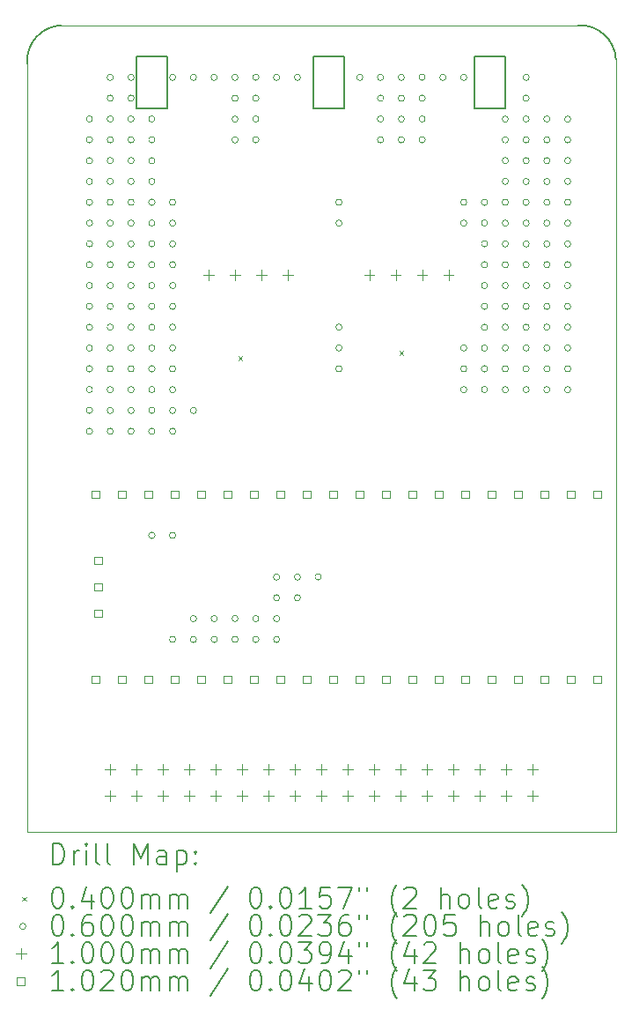
<source format=gbr>
%TF.GenerationSoftware,KiCad,Pcbnew,(6.0.8)*%
%TF.CreationDate,2022-11-01T15:17:03-07:00*%
%TF.ProjectId,RioPicoBridge,52696f50-6963-46f4-9272-696467652e6b,rev?*%
%TF.SameCoordinates,Original*%
%TF.FileFunction,Drillmap*%
%TF.FilePolarity,Positive*%
%FSLAX45Y45*%
G04 Gerber Fmt 4.5, Leading zero omitted, Abs format (unit mm)*
G04 Created by KiCad (PCBNEW (6.0.8)) date 2022-11-01 15:17:03*
%MOMM*%
%LPD*%
G01*
G04 APERTURE LIST*
%ADD10C,0.100000*%
%ADD11C,0.200000*%
%ADD12C,0.040000*%
%ADD13C,0.060000*%
%ADD14C,0.102000*%
G04 APERTURE END LIST*
D10*
X0Y-7747000D02*
X0Y-365000D01*
X5664200Y-7747000D02*
X0Y-7747000D01*
X5665000Y-325000D02*
X5664200Y-7747000D01*
X325000Y0D02*
X5300000Y0D01*
D11*
X325000Y0D02*
G75*
G03*
X0Y-364200I19600J-344600D01*
G01*
X5664200Y-325000D02*
G75*
G03*
X5300000Y0I-344600J-19600D01*
G01*
X1050000Y-300000D02*
X1350000Y-300000D01*
X1350000Y-300000D02*
X1350000Y-800000D01*
X1350000Y-800000D02*
X1050000Y-800000D01*
X1050000Y-800000D02*
X1050000Y-300000D01*
X2750000Y-300000D02*
X3050000Y-300000D01*
X3050000Y-300000D02*
X3050000Y-800000D01*
X3050000Y-800000D02*
X2750000Y-800000D01*
X2750000Y-800000D02*
X2750000Y-300000D01*
X4300000Y-300000D02*
X4600000Y-300000D01*
X4600000Y-300000D02*
X4600000Y-800000D01*
X4600000Y-800000D02*
X4300000Y-800000D01*
X4300000Y-800000D02*
X4300000Y-300000D01*
D12*
X2030000Y-3180000D02*
X2070000Y-3220000D01*
X2070000Y-3180000D02*
X2030000Y-3220000D01*
X3580000Y-3130000D02*
X3620000Y-3170000D01*
X3620000Y-3130000D02*
X3580000Y-3170000D01*
D13*
X630000Y-900000D02*
G75*
G03*
X630000Y-900000I-30000J0D01*
G01*
X630000Y-1100000D02*
G75*
G03*
X630000Y-1100000I-30000J0D01*
G01*
X630000Y-1300000D02*
G75*
G03*
X630000Y-1300000I-30000J0D01*
G01*
X630000Y-1500000D02*
G75*
G03*
X630000Y-1500000I-30000J0D01*
G01*
X630000Y-1700000D02*
G75*
G03*
X630000Y-1700000I-30000J0D01*
G01*
X630000Y-1900000D02*
G75*
G03*
X630000Y-1900000I-30000J0D01*
G01*
X630000Y-2100000D02*
G75*
G03*
X630000Y-2100000I-30000J0D01*
G01*
X630000Y-2300000D02*
G75*
G03*
X630000Y-2300000I-30000J0D01*
G01*
X630000Y-2500000D02*
G75*
G03*
X630000Y-2500000I-30000J0D01*
G01*
X630000Y-2700000D02*
G75*
G03*
X630000Y-2700000I-30000J0D01*
G01*
X630000Y-2900000D02*
G75*
G03*
X630000Y-2900000I-30000J0D01*
G01*
X630000Y-3100000D02*
G75*
G03*
X630000Y-3100000I-30000J0D01*
G01*
X630000Y-3300000D02*
G75*
G03*
X630000Y-3300000I-30000J0D01*
G01*
X630000Y-3500000D02*
G75*
G03*
X630000Y-3500000I-30000J0D01*
G01*
X630000Y-3700000D02*
G75*
G03*
X630000Y-3700000I-30000J0D01*
G01*
X630000Y-3900000D02*
G75*
G03*
X630000Y-3900000I-30000J0D01*
G01*
X830000Y-500000D02*
G75*
G03*
X830000Y-500000I-30000J0D01*
G01*
X830000Y-700000D02*
G75*
G03*
X830000Y-700000I-30000J0D01*
G01*
X830000Y-900000D02*
G75*
G03*
X830000Y-900000I-30000J0D01*
G01*
X830000Y-1100000D02*
G75*
G03*
X830000Y-1100000I-30000J0D01*
G01*
X830000Y-1300000D02*
G75*
G03*
X830000Y-1300000I-30000J0D01*
G01*
X830000Y-1500000D02*
G75*
G03*
X830000Y-1500000I-30000J0D01*
G01*
X830000Y-1700000D02*
G75*
G03*
X830000Y-1700000I-30000J0D01*
G01*
X830000Y-1900000D02*
G75*
G03*
X830000Y-1900000I-30000J0D01*
G01*
X830000Y-2100000D02*
G75*
G03*
X830000Y-2100000I-30000J0D01*
G01*
X830000Y-2300000D02*
G75*
G03*
X830000Y-2300000I-30000J0D01*
G01*
X830000Y-2500000D02*
G75*
G03*
X830000Y-2500000I-30000J0D01*
G01*
X830000Y-2700000D02*
G75*
G03*
X830000Y-2700000I-30000J0D01*
G01*
X830000Y-2900000D02*
G75*
G03*
X830000Y-2900000I-30000J0D01*
G01*
X830000Y-3100000D02*
G75*
G03*
X830000Y-3100000I-30000J0D01*
G01*
X830000Y-3300000D02*
G75*
G03*
X830000Y-3300000I-30000J0D01*
G01*
X830000Y-3500000D02*
G75*
G03*
X830000Y-3500000I-30000J0D01*
G01*
X830000Y-3700000D02*
G75*
G03*
X830000Y-3700000I-30000J0D01*
G01*
X830000Y-3900000D02*
G75*
G03*
X830000Y-3900000I-30000J0D01*
G01*
X1030000Y-500000D02*
G75*
G03*
X1030000Y-500000I-30000J0D01*
G01*
X1030000Y-700000D02*
G75*
G03*
X1030000Y-700000I-30000J0D01*
G01*
X1030000Y-900000D02*
G75*
G03*
X1030000Y-900000I-30000J0D01*
G01*
X1030000Y-1100000D02*
G75*
G03*
X1030000Y-1100000I-30000J0D01*
G01*
X1030000Y-1300000D02*
G75*
G03*
X1030000Y-1300000I-30000J0D01*
G01*
X1030000Y-1500000D02*
G75*
G03*
X1030000Y-1500000I-30000J0D01*
G01*
X1030000Y-1700000D02*
G75*
G03*
X1030000Y-1700000I-30000J0D01*
G01*
X1030000Y-1900000D02*
G75*
G03*
X1030000Y-1900000I-30000J0D01*
G01*
X1030000Y-2100000D02*
G75*
G03*
X1030000Y-2100000I-30000J0D01*
G01*
X1030000Y-2300000D02*
G75*
G03*
X1030000Y-2300000I-30000J0D01*
G01*
X1030000Y-2500000D02*
G75*
G03*
X1030000Y-2500000I-30000J0D01*
G01*
X1030000Y-2700000D02*
G75*
G03*
X1030000Y-2700000I-30000J0D01*
G01*
X1030000Y-2900000D02*
G75*
G03*
X1030000Y-2900000I-30000J0D01*
G01*
X1030000Y-3100000D02*
G75*
G03*
X1030000Y-3100000I-30000J0D01*
G01*
X1030000Y-3300000D02*
G75*
G03*
X1030000Y-3300000I-30000J0D01*
G01*
X1030000Y-3500000D02*
G75*
G03*
X1030000Y-3500000I-30000J0D01*
G01*
X1030000Y-3700000D02*
G75*
G03*
X1030000Y-3700000I-30000J0D01*
G01*
X1030000Y-3900000D02*
G75*
G03*
X1030000Y-3900000I-30000J0D01*
G01*
X1230000Y-900000D02*
G75*
G03*
X1230000Y-900000I-30000J0D01*
G01*
X1230000Y-1100000D02*
G75*
G03*
X1230000Y-1100000I-30000J0D01*
G01*
X1230000Y-1300000D02*
G75*
G03*
X1230000Y-1300000I-30000J0D01*
G01*
X1230000Y-1500000D02*
G75*
G03*
X1230000Y-1500000I-30000J0D01*
G01*
X1230000Y-1700000D02*
G75*
G03*
X1230000Y-1700000I-30000J0D01*
G01*
X1230000Y-1900000D02*
G75*
G03*
X1230000Y-1900000I-30000J0D01*
G01*
X1230000Y-2100000D02*
G75*
G03*
X1230000Y-2100000I-30000J0D01*
G01*
X1230000Y-2300000D02*
G75*
G03*
X1230000Y-2300000I-30000J0D01*
G01*
X1230000Y-2500000D02*
G75*
G03*
X1230000Y-2500000I-30000J0D01*
G01*
X1230000Y-2700000D02*
G75*
G03*
X1230000Y-2700000I-30000J0D01*
G01*
X1230000Y-2900000D02*
G75*
G03*
X1230000Y-2900000I-30000J0D01*
G01*
X1230000Y-3100000D02*
G75*
G03*
X1230000Y-3100000I-30000J0D01*
G01*
X1230000Y-3300000D02*
G75*
G03*
X1230000Y-3300000I-30000J0D01*
G01*
X1230000Y-3500000D02*
G75*
G03*
X1230000Y-3500000I-30000J0D01*
G01*
X1230000Y-3700000D02*
G75*
G03*
X1230000Y-3700000I-30000J0D01*
G01*
X1230000Y-3900000D02*
G75*
G03*
X1230000Y-3900000I-30000J0D01*
G01*
X1230000Y-4900000D02*
G75*
G03*
X1230000Y-4900000I-30000J0D01*
G01*
X1430000Y-500000D02*
G75*
G03*
X1430000Y-500000I-30000J0D01*
G01*
X1430000Y-1700000D02*
G75*
G03*
X1430000Y-1700000I-30000J0D01*
G01*
X1430000Y-1900000D02*
G75*
G03*
X1430000Y-1900000I-30000J0D01*
G01*
X1430000Y-2100000D02*
G75*
G03*
X1430000Y-2100000I-30000J0D01*
G01*
X1430000Y-2300000D02*
G75*
G03*
X1430000Y-2300000I-30000J0D01*
G01*
X1430000Y-2500000D02*
G75*
G03*
X1430000Y-2500000I-30000J0D01*
G01*
X1430000Y-2700000D02*
G75*
G03*
X1430000Y-2700000I-30000J0D01*
G01*
X1430000Y-2900000D02*
G75*
G03*
X1430000Y-2900000I-30000J0D01*
G01*
X1430000Y-3100000D02*
G75*
G03*
X1430000Y-3100000I-30000J0D01*
G01*
X1430000Y-3300000D02*
G75*
G03*
X1430000Y-3300000I-30000J0D01*
G01*
X1430000Y-3500000D02*
G75*
G03*
X1430000Y-3500000I-30000J0D01*
G01*
X1430000Y-3700000D02*
G75*
G03*
X1430000Y-3700000I-30000J0D01*
G01*
X1430000Y-3900000D02*
G75*
G03*
X1430000Y-3900000I-30000J0D01*
G01*
X1430000Y-4900000D02*
G75*
G03*
X1430000Y-4900000I-30000J0D01*
G01*
X1430000Y-5900000D02*
G75*
G03*
X1430000Y-5900000I-30000J0D01*
G01*
X1630000Y-500000D02*
G75*
G03*
X1630000Y-500000I-30000J0D01*
G01*
X1630000Y-3700000D02*
G75*
G03*
X1630000Y-3700000I-30000J0D01*
G01*
X1630000Y-5700000D02*
G75*
G03*
X1630000Y-5700000I-30000J0D01*
G01*
X1630000Y-5900000D02*
G75*
G03*
X1630000Y-5900000I-30000J0D01*
G01*
X1830000Y-500000D02*
G75*
G03*
X1830000Y-500000I-30000J0D01*
G01*
X1830000Y-5700000D02*
G75*
G03*
X1830000Y-5700000I-30000J0D01*
G01*
X1830000Y-5900000D02*
G75*
G03*
X1830000Y-5900000I-30000J0D01*
G01*
X2030000Y-500000D02*
G75*
G03*
X2030000Y-500000I-30000J0D01*
G01*
X2030000Y-700000D02*
G75*
G03*
X2030000Y-700000I-30000J0D01*
G01*
X2030000Y-900000D02*
G75*
G03*
X2030000Y-900000I-30000J0D01*
G01*
X2030000Y-1100000D02*
G75*
G03*
X2030000Y-1100000I-30000J0D01*
G01*
X2030000Y-5700000D02*
G75*
G03*
X2030000Y-5700000I-30000J0D01*
G01*
X2030000Y-5900000D02*
G75*
G03*
X2030000Y-5900000I-30000J0D01*
G01*
X2230000Y-500000D02*
G75*
G03*
X2230000Y-500000I-30000J0D01*
G01*
X2230000Y-700000D02*
G75*
G03*
X2230000Y-700000I-30000J0D01*
G01*
X2230000Y-900000D02*
G75*
G03*
X2230000Y-900000I-30000J0D01*
G01*
X2230000Y-1100000D02*
G75*
G03*
X2230000Y-1100000I-30000J0D01*
G01*
X2230000Y-5700000D02*
G75*
G03*
X2230000Y-5700000I-30000J0D01*
G01*
X2230000Y-5900000D02*
G75*
G03*
X2230000Y-5900000I-30000J0D01*
G01*
X2430000Y-500000D02*
G75*
G03*
X2430000Y-500000I-30000J0D01*
G01*
X2430000Y-5300000D02*
G75*
G03*
X2430000Y-5300000I-30000J0D01*
G01*
X2430000Y-5500000D02*
G75*
G03*
X2430000Y-5500000I-30000J0D01*
G01*
X2430000Y-5700000D02*
G75*
G03*
X2430000Y-5700000I-30000J0D01*
G01*
X2430000Y-5900000D02*
G75*
G03*
X2430000Y-5900000I-30000J0D01*
G01*
X2630000Y-500000D02*
G75*
G03*
X2630000Y-500000I-30000J0D01*
G01*
X2630000Y-5300000D02*
G75*
G03*
X2630000Y-5300000I-30000J0D01*
G01*
X2630000Y-5500000D02*
G75*
G03*
X2630000Y-5500000I-30000J0D01*
G01*
X2830000Y-5300000D02*
G75*
G03*
X2830000Y-5300000I-30000J0D01*
G01*
X3030000Y-1700000D02*
G75*
G03*
X3030000Y-1700000I-30000J0D01*
G01*
X3030000Y-1900000D02*
G75*
G03*
X3030000Y-1900000I-30000J0D01*
G01*
X3030000Y-2900000D02*
G75*
G03*
X3030000Y-2900000I-30000J0D01*
G01*
X3030000Y-3100000D02*
G75*
G03*
X3030000Y-3100000I-30000J0D01*
G01*
X3030000Y-3300000D02*
G75*
G03*
X3030000Y-3300000I-30000J0D01*
G01*
X3230000Y-500000D02*
G75*
G03*
X3230000Y-500000I-30000J0D01*
G01*
X3430000Y-500000D02*
G75*
G03*
X3430000Y-500000I-30000J0D01*
G01*
X3430000Y-700000D02*
G75*
G03*
X3430000Y-700000I-30000J0D01*
G01*
X3430000Y-900000D02*
G75*
G03*
X3430000Y-900000I-30000J0D01*
G01*
X3430000Y-1100000D02*
G75*
G03*
X3430000Y-1100000I-30000J0D01*
G01*
X3630000Y-500000D02*
G75*
G03*
X3630000Y-500000I-30000J0D01*
G01*
X3630000Y-700000D02*
G75*
G03*
X3630000Y-700000I-30000J0D01*
G01*
X3630000Y-900000D02*
G75*
G03*
X3630000Y-900000I-30000J0D01*
G01*
X3630000Y-1100000D02*
G75*
G03*
X3630000Y-1100000I-30000J0D01*
G01*
X3830000Y-500000D02*
G75*
G03*
X3830000Y-500000I-30000J0D01*
G01*
X3830000Y-700000D02*
G75*
G03*
X3830000Y-700000I-30000J0D01*
G01*
X3830000Y-900000D02*
G75*
G03*
X3830000Y-900000I-30000J0D01*
G01*
X3830000Y-1100000D02*
G75*
G03*
X3830000Y-1100000I-30000J0D01*
G01*
X4030000Y-500000D02*
G75*
G03*
X4030000Y-500000I-30000J0D01*
G01*
X4230000Y-500000D02*
G75*
G03*
X4230000Y-500000I-30000J0D01*
G01*
X4230000Y-1700000D02*
G75*
G03*
X4230000Y-1700000I-30000J0D01*
G01*
X4230000Y-1900000D02*
G75*
G03*
X4230000Y-1900000I-30000J0D01*
G01*
X4230000Y-3100000D02*
G75*
G03*
X4230000Y-3100000I-30000J0D01*
G01*
X4230000Y-3300000D02*
G75*
G03*
X4230000Y-3300000I-30000J0D01*
G01*
X4230000Y-3500000D02*
G75*
G03*
X4230000Y-3500000I-30000J0D01*
G01*
X4430000Y-1700000D02*
G75*
G03*
X4430000Y-1700000I-30000J0D01*
G01*
X4430000Y-1900000D02*
G75*
G03*
X4430000Y-1900000I-30000J0D01*
G01*
X4430000Y-2100000D02*
G75*
G03*
X4430000Y-2100000I-30000J0D01*
G01*
X4430000Y-2300000D02*
G75*
G03*
X4430000Y-2300000I-30000J0D01*
G01*
X4430000Y-2500000D02*
G75*
G03*
X4430000Y-2500000I-30000J0D01*
G01*
X4430000Y-2700000D02*
G75*
G03*
X4430000Y-2700000I-30000J0D01*
G01*
X4430000Y-2900000D02*
G75*
G03*
X4430000Y-2900000I-30000J0D01*
G01*
X4430000Y-3100000D02*
G75*
G03*
X4430000Y-3100000I-30000J0D01*
G01*
X4430000Y-3300000D02*
G75*
G03*
X4430000Y-3300000I-30000J0D01*
G01*
X4430000Y-3500000D02*
G75*
G03*
X4430000Y-3500000I-30000J0D01*
G01*
X4630000Y-900000D02*
G75*
G03*
X4630000Y-900000I-30000J0D01*
G01*
X4630000Y-1100000D02*
G75*
G03*
X4630000Y-1100000I-30000J0D01*
G01*
X4630000Y-1300000D02*
G75*
G03*
X4630000Y-1300000I-30000J0D01*
G01*
X4630000Y-1500000D02*
G75*
G03*
X4630000Y-1500000I-30000J0D01*
G01*
X4630000Y-1700000D02*
G75*
G03*
X4630000Y-1700000I-30000J0D01*
G01*
X4630000Y-1900000D02*
G75*
G03*
X4630000Y-1900000I-30000J0D01*
G01*
X4630000Y-2100000D02*
G75*
G03*
X4630000Y-2100000I-30000J0D01*
G01*
X4630000Y-2300000D02*
G75*
G03*
X4630000Y-2300000I-30000J0D01*
G01*
X4630000Y-2500000D02*
G75*
G03*
X4630000Y-2500000I-30000J0D01*
G01*
X4630000Y-2700000D02*
G75*
G03*
X4630000Y-2700000I-30000J0D01*
G01*
X4630000Y-2900000D02*
G75*
G03*
X4630000Y-2900000I-30000J0D01*
G01*
X4630000Y-3100000D02*
G75*
G03*
X4630000Y-3100000I-30000J0D01*
G01*
X4630000Y-3300000D02*
G75*
G03*
X4630000Y-3300000I-30000J0D01*
G01*
X4630000Y-3500000D02*
G75*
G03*
X4630000Y-3500000I-30000J0D01*
G01*
X4830000Y-500000D02*
G75*
G03*
X4830000Y-500000I-30000J0D01*
G01*
X4830000Y-700000D02*
G75*
G03*
X4830000Y-700000I-30000J0D01*
G01*
X4830000Y-900000D02*
G75*
G03*
X4830000Y-900000I-30000J0D01*
G01*
X4830000Y-1100000D02*
G75*
G03*
X4830000Y-1100000I-30000J0D01*
G01*
X4830000Y-1300000D02*
G75*
G03*
X4830000Y-1300000I-30000J0D01*
G01*
X4830000Y-1500000D02*
G75*
G03*
X4830000Y-1500000I-30000J0D01*
G01*
X4830000Y-1700000D02*
G75*
G03*
X4830000Y-1700000I-30000J0D01*
G01*
X4830000Y-1900000D02*
G75*
G03*
X4830000Y-1900000I-30000J0D01*
G01*
X4830000Y-2100000D02*
G75*
G03*
X4830000Y-2100000I-30000J0D01*
G01*
X4830000Y-2300000D02*
G75*
G03*
X4830000Y-2300000I-30000J0D01*
G01*
X4830000Y-2500000D02*
G75*
G03*
X4830000Y-2500000I-30000J0D01*
G01*
X4830000Y-2700000D02*
G75*
G03*
X4830000Y-2700000I-30000J0D01*
G01*
X4830000Y-2900000D02*
G75*
G03*
X4830000Y-2900000I-30000J0D01*
G01*
X4830000Y-3100000D02*
G75*
G03*
X4830000Y-3100000I-30000J0D01*
G01*
X4830000Y-3300000D02*
G75*
G03*
X4830000Y-3300000I-30000J0D01*
G01*
X4830000Y-3500000D02*
G75*
G03*
X4830000Y-3500000I-30000J0D01*
G01*
X5030000Y-900000D02*
G75*
G03*
X5030000Y-900000I-30000J0D01*
G01*
X5030000Y-1100000D02*
G75*
G03*
X5030000Y-1100000I-30000J0D01*
G01*
X5030000Y-1300000D02*
G75*
G03*
X5030000Y-1300000I-30000J0D01*
G01*
X5030000Y-1500000D02*
G75*
G03*
X5030000Y-1500000I-30000J0D01*
G01*
X5030000Y-1700000D02*
G75*
G03*
X5030000Y-1700000I-30000J0D01*
G01*
X5030000Y-1900000D02*
G75*
G03*
X5030000Y-1900000I-30000J0D01*
G01*
X5030000Y-2100000D02*
G75*
G03*
X5030000Y-2100000I-30000J0D01*
G01*
X5030000Y-2300000D02*
G75*
G03*
X5030000Y-2300000I-30000J0D01*
G01*
X5030000Y-2500000D02*
G75*
G03*
X5030000Y-2500000I-30000J0D01*
G01*
X5030000Y-2700000D02*
G75*
G03*
X5030000Y-2700000I-30000J0D01*
G01*
X5030000Y-2900000D02*
G75*
G03*
X5030000Y-2900000I-30000J0D01*
G01*
X5030000Y-3100000D02*
G75*
G03*
X5030000Y-3100000I-30000J0D01*
G01*
X5030000Y-3300000D02*
G75*
G03*
X5030000Y-3300000I-30000J0D01*
G01*
X5030000Y-3500000D02*
G75*
G03*
X5030000Y-3500000I-30000J0D01*
G01*
X5230000Y-900000D02*
G75*
G03*
X5230000Y-900000I-30000J0D01*
G01*
X5230000Y-1100000D02*
G75*
G03*
X5230000Y-1100000I-30000J0D01*
G01*
X5230000Y-1300000D02*
G75*
G03*
X5230000Y-1300000I-30000J0D01*
G01*
X5230000Y-1500000D02*
G75*
G03*
X5230000Y-1500000I-30000J0D01*
G01*
X5230000Y-1700000D02*
G75*
G03*
X5230000Y-1700000I-30000J0D01*
G01*
X5230000Y-1900000D02*
G75*
G03*
X5230000Y-1900000I-30000J0D01*
G01*
X5230000Y-2100000D02*
G75*
G03*
X5230000Y-2100000I-30000J0D01*
G01*
X5230000Y-2300000D02*
G75*
G03*
X5230000Y-2300000I-30000J0D01*
G01*
X5230000Y-2500000D02*
G75*
G03*
X5230000Y-2500000I-30000J0D01*
G01*
X5230000Y-2700000D02*
G75*
G03*
X5230000Y-2700000I-30000J0D01*
G01*
X5230000Y-2900000D02*
G75*
G03*
X5230000Y-2900000I-30000J0D01*
G01*
X5230000Y-3100000D02*
G75*
G03*
X5230000Y-3100000I-30000J0D01*
G01*
X5230000Y-3300000D02*
G75*
G03*
X5230000Y-3300000I-30000J0D01*
G01*
X5230000Y-3500000D02*
G75*
G03*
X5230000Y-3500000I-30000J0D01*
G01*
D10*
X798500Y-7101000D02*
X798500Y-7201000D01*
X748500Y-7151000D02*
X848500Y-7151000D01*
X798500Y-7355000D02*
X798500Y-7455000D01*
X748500Y-7405000D02*
X848500Y-7405000D01*
X1052500Y-7101000D02*
X1052500Y-7201000D01*
X1002500Y-7151000D02*
X1102500Y-7151000D01*
X1052500Y-7355000D02*
X1052500Y-7455000D01*
X1002500Y-7405000D02*
X1102500Y-7405000D01*
X1306500Y-7101000D02*
X1306500Y-7201000D01*
X1256500Y-7151000D02*
X1356500Y-7151000D01*
X1306500Y-7355000D02*
X1306500Y-7455000D01*
X1256500Y-7405000D02*
X1356500Y-7405000D01*
X1560500Y-7101000D02*
X1560500Y-7201000D01*
X1510500Y-7151000D02*
X1610500Y-7151000D01*
X1560500Y-7355000D02*
X1560500Y-7455000D01*
X1510500Y-7405000D02*
X1610500Y-7405000D01*
X1746000Y-2350000D02*
X1746000Y-2450000D01*
X1696000Y-2400000D02*
X1796000Y-2400000D01*
X1814500Y-7101000D02*
X1814500Y-7201000D01*
X1764500Y-7151000D02*
X1864500Y-7151000D01*
X1814500Y-7355000D02*
X1814500Y-7455000D01*
X1764500Y-7405000D02*
X1864500Y-7405000D01*
X2000000Y-2350000D02*
X2000000Y-2450000D01*
X1950000Y-2400000D02*
X2050000Y-2400000D01*
X2068500Y-7101000D02*
X2068500Y-7201000D01*
X2018500Y-7151000D02*
X2118500Y-7151000D01*
X2068500Y-7355000D02*
X2068500Y-7455000D01*
X2018500Y-7405000D02*
X2118500Y-7405000D01*
X2254000Y-2350000D02*
X2254000Y-2450000D01*
X2204000Y-2400000D02*
X2304000Y-2400000D01*
X2322500Y-7101000D02*
X2322500Y-7201000D01*
X2272500Y-7151000D02*
X2372500Y-7151000D01*
X2322500Y-7355000D02*
X2322500Y-7455000D01*
X2272500Y-7405000D02*
X2372500Y-7405000D01*
X2508000Y-2350000D02*
X2508000Y-2450000D01*
X2458000Y-2400000D02*
X2558000Y-2400000D01*
X2576500Y-7101000D02*
X2576500Y-7201000D01*
X2526500Y-7151000D02*
X2626500Y-7151000D01*
X2576500Y-7355000D02*
X2576500Y-7455000D01*
X2526500Y-7405000D02*
X2626500Y-7405000D01*
X2830500Y-7101000D02*
X2830500Y-7201000D01*
X2780500Y-7151000D02*
X2880500Y-7151000D01*
X2830500Y-7355000D02*
X2830500Y-7455000D01*
X2780500Y-7405000D02*
X2880500Y-7405000D01*
X3084500Y-7101000D02*
X3084500Y-7201000D01*
X3034500Y-7151000D02*
X3134500Y-7151000D01*
X3084500Y-7355000D02*
X3084500Y-7455000D01*
X3034500Y-7405000D02*
X3134500Y-7405000D01*
X3292000Y-2350000D02*
X3292000Y-2450000D01*
X3242000Y-2400000D02*
X3342000Y-2400000D01*
X3338500Y-7101000D02*
X3338500Y-7201000D01*
X3288500Y-7151000D02*
X3388500Y-7151000D01*
X3338500Y-7355000D02*
X3338500Y-7455000D01*
X3288500Y-7405000D02*
X3388500Y-7405000D01*
X3546000Y-2350000D02*
X3546000Y-2450000D01*
X3496000Y-2400000D02*
X3596000Y-2400000D01*
X3592500Y-7101000D02*
X3592500Y-7201000D01*
X3542500Y-7151000D02*
X3642500Y-7151000D01*
X3592500Y-7355000D02*
X3592500Y-7455000D01*
X3542500Y-7405000D02*
X3642500Y-7405000D01*
X3800000Y-2350000D02*
X3800000Y-2450000D01*
X3750000Y-2400000D02*
X3850000Y-2400000D01*
X3846500Y-7101000D02*
X3846500Y-7201000D01*
X3796500Y-7151000D02*
X3896500Y-7151000D01*
X3846500Y-7355000D02*
X3846500Y-7455000D01*
X3796500Y-7405000D02*
X3896500Y-7405000D01*
X4054000Y-2350000D02*
X4054000Y-2450000D01*
X4004000Y-2400000D02*
X4104000Y-2400000D01*
X4100500Y-7101000D02*
X4100500Y-7201000D01*
X4050500Y-7151000D02*
X4150500Y-7151000D01*
X4100500Y-7355000D02*
X4100500Y-7455000D01*
X4050500Y-7405000D02*
X4150500Y-7405000D01*
X4354500Y-7101000D02*
X4354500Y-7201000D01*
X4304500Y-7151000D02*
X4404500Y-7151000D01*
X4354500Y-7355000D02*
X4354500Y-7455000D01*
X4304500Y-7405000D02*
X4404500Y-7405000D01*
X4608500Y-7101000D02*
X4608500Y-7201000D01*
X4558500Y-7151000D02*
X4658500Y-7151000D01*
X4608500Y-7355000D02*
X4608500Y-7455000D01*
X4558500Y-7405000D02*
X4658500Y-7405000D01*
X4862500Y-7101000D02*
X4862500Y-7201000D01*
X4812500Y-7151000D02*
X4912500Y-7151000D01*
X4862500Y-7355000D02*
X4862500Y-7455000D01*
X4812500Y-7405000D02*
X4912500Y-7405000D01*
D14*
X696463Y-4544563D02*
X696463Y-4472437D01*
X624337Y-4472437D01*
X624337Y-4544563D01*
X696463Y-4544563D01*
X696463Y-6322563D02*
X696463Y-6250437D01*
X624337Y-6250437D01*
X624337Y-6322563D01*
X696463Y-6322563D01*
X719463Y-5179563D02*
X719463Y-5107437D01*
X647337Y-5107437D01*
X647337Y-5179563D01*
X719463Y-5179563D01*
X719463Y-5433563D02*
X719463Y-5361437D01*
X647337Y-5361437D01*
X647337Y-5433563D01*
X719463Y-5433563D01*
X719463Y-5687563D02*
X719463Y-5615437D01*
X647337Y-5615437D01*
X647337Y-5687563D01*
X719463Y-5687563D01*
X950463Y-4544563D02*
X950463Y-4472437D01*
X878337Y-4472437D01*
X878337Y-4544563D01*
X950463Y-4544563D01*
X950463Y-6322563D02*
X950463Y-6250437D01*
X878337Y-6250437D01*
X878337Y-6322563D01*
X950463Y-6322563D01*
X1204463Y-4544563D02*
X1204463Y-4472437D01*
X1132337Y-4472437D01*
X1132337Y-4544563D01*
X1204463Y-4544563D01*
X1204463Y-6322563D02*
X1204463Y-6250437D01*
X1132337Y-6250437D01*
X1132337Y-6322563D01*
X1204463Y-6322563D01*
X1458463Y-4544563D02*
X1458463Y-4472437D01*
X1386337Y-4472437D01*
X1386337Y-4544563D01*
X1458463Y-4544563D01*
X1458463Y-6322563D02*
X1458463Y-6250437D01*
X1386337Y-6250437D01*
X1386337Y-6322563D01*
X1458463Y-6322563D01*
X1712463Y-4544563D02*
X1712463Y-4472437D01*
X1640337Y-4472437D01*
X1640337Y-4544563D01*
X1712463Y-4544563D01*
X1712463Y-6322563D02*
X1712463Y-6250437D01*
X1640337Y-6250437D01*
X1640337Y-6322563D01*
X1712463Y-6322563D01*
X1966463Y-4544563D02*
X1966463Y-4472437D01*
X1894337Y-4472437D01*
X1894337Y-4544563D01*
X1966463Y-4544563D01*
X1966463Y-6322563D02*
X1966463Y-6250437D01*
X1894337Y-6250437D01*
X1894337Y-6322563D01*
X1966463Y-6322563D01*
X2220463Y-4544563D02*
X2220463Y-4472437D01*
X2148337Y-4472437D01*
X2148337Y-4544563D01*
X2220463Y-4544563D01*
X2220463Y-6322563D02*
X2220463Y-6250437D01*
X2148337Y-6250437D01*
X2148337Y-6322563D01*
X2220463Y-6322563D01*
X2474463Y-4544563D02*
X2474463Y-4472437D01*
X2402337Y-4472437D01*
X2402337Y-4544563D01*
X2474463Y-4544563D01*
X2474463Y-6322563D02*
X2474463Y-6250437D01*
X2402337Y-6250437D01*
X2402337Y-6322563D01*
X2474463Y-6322563D01*
X2728463Y-4544563D02*
X2728463Y-4472437D01*
X2656337Y-4472437D01*
X2656337Y-4544563D01*
X2728463Y-4544563D01*
X2728463Y-6322563D02*
X2728463Y-6250437D01*
X2656337Y-6250437D01*
X2656337Y-6322563D01*
X2728463Y-6322563D01*
X2982463Y-4544563D02*
X2982463Y-4472437D01*
X2910337Y-4472437D01*
X2910337Y-4544563D01*
X2982463Y-4544563D01*
X2982463Y-6322563D02*
X2982463Y-6250437D01*
X2910337Y-6250437D01*
X2910337Y-6322563D01*
X2982463Y-6322563D01*
X3236463Y-4544563D02*
X3236463Y-4472437D01*
X3164337Y-4472437D01*
X3164337Y-4544563D01*
X3236463Y-4544563D01*
X3236463Y-6322563D02*
X3236463Y-6250437D01*
X3164337Y-6250437D01*
X3164337Y-6322563D01*
X3236463Y-6322563D01*
X3490463Y-4544563D02*
X3490463Y-4472437D01*
X3418337Y-4472437D01*
X3418337Y-4544563D01*
X3490463Y-4544563D01*
X3490463Y-6322563D02*
X3490463Y-6250437D01*
X3418337Y-6250437D01*
X3418337Y-6322563D01*
X3490463Y-6322563D01*
X3744463Y-4544563D02*
X3744463Y-4472437D01*
X3672337Y-4472437D01*
X3672337Y-4544563D01*
X3744463Y-4544563D01*
X3744463Y-6322563D02*
X3744463Y-6250437D01*
X3672337Y-6250437D01*
X3672337Y-6322563D01*
X3744463Y-6322563D01*
X3998463Y-4544563D02*
X3998463Y-4472437D01*
X3926337Y-4472437D01*
X3926337Y-4544563D01*
X3998463Y-4544563D01*
X3998463Y-6322563D02*
X3998463Y-6250437D01*
X3926337Y-6250437D01*
X3926337Y-6322563D01*
X3998463Y-6322563D01*
X4252463Y-4544563D02*
X4252463Y-4472437D01*
X4180337Y-4472437D01*
X4180337Y-4544563D01*
X4252463Y-4544563D01*
X4252463Y-6322563D02*
X4252463Y-6250437D01*
X4180337Y-6250437D01*
X4180337Y-6322563D01*
X4252463Y-6322563D01*
X4506463Y-4544563D02*
X4506463Y-4472437D01*
X4434337Y-4472437D01*
X4434337Y-4544563D01*
X4506463Y-4544563D01*
X4506463Y-6322563D02*
X4506463Y-6250437D01*
X4434337Y-6250437D01*
X4434337Y-6322563D01*
X4506463Y-6322563D01*
X4760463Y-4544563D02*
X4760463Y-4472437D01*
X4688337Y-4472437D01*
X4688337Y-4544563D01*
X4760463Y-4544563D01*
X4760463Y-6322563D02*
X4760463Y-6250437D01*
X4688337Y-6250437D01*
X4688337Y-6322563D01*
X4760463Y-6322563D01*
X5014463Y-4544563D02*
X5014463Y-4472437D01*
X4942337Y-4472437D01*
X4942337Y-4544563D01*
X5014463Y-4544563D01*
X5014463Y-6322563D02*
X5014463Y-6250437D01*
X4942337Y-6250437D01*
X4942337Y-6322563D01*
X5014463Y-6322563D01*
X5268463Y-4544563D02*
X5268463Y-4472437D01*
X5196337Y-4472437D01*
X5196337Y-4544563D01*
X5268463Y-4544563D01*
X5268463Y-6322563D02*
X5268463Y-6250437D01*
X5196337Y-6250437D01*
X5196337Y-6322563D01*
X5268463Y-6322563D01*
X5522463Y-4544563D02*
X5522463Y-4472437D01*
X5450337Y-4472437D01*
X5450337Y-4544563D01*
X5522463Y-4544563D01*
X5522463Y-6322563D02*
X5522463Y-6250437D01*
X5450337Y-6250437D01*
X5450337Y-6322563D01*
X5522463Y-6322563D01*
D11*
X247062Y-8062476D02*
X247062Y-7862476D01*
X294681Y-7862476D01*
X323253Y-7872000D01*
X342300Y-7891048D01*
X351824Y-7910095D01*
X361348Y-7948190D01*
X361348Y-7976762D01*
X351824Y-8014857D01*
X342300Y-8033905D01*
X323253Y-8052952D01*
X294681Y-8062476D01*
X247062Y-8062476D01*
X447062Y-8062476D02*
X447062Y-7929143D01*
X447062Y-7967238D02*
X456586Y-7948190D01*
X466110Y-7938667D01*
X485157Y-7929143D01*
X504205Y-7929143D01*
X570872Y-8062476D02*
X570872Y-7929143D01*
X570872Y-7862476D02*
X561348Y-7872000D01*
X570872Y-7881524D01*
X580395Y-7872000D01*
X570872Y-7862476D01*
X570872Y-7881524D01*
X694681Y-8062476D02*
X675634Y-8052952D01*
X666110Y-8033905D01*
X666110Y-7862476D01*
X799443Y-8062476D02*
X780395Y-8052952D01*
X770872Y-8033905D01*
X770872Y-7862476D01*
X1028014Y-8062476D02*
X1028014Y-7862476D01*
X1094681Y-8005333D01*
X1161348Y-7862476D01*
X1161348Y-8062476D01*
X1342300Y-8062476D02*
X1342300Y-7957714D01*
X1332776Y-7938667D01*
X1313729Y-7929143D01*
X1275634Y-7929143D01*
X1256586Y-7938667D01*
X1342300Y-8052952D02*
X1323253Y-8062476D01*
X1275634Y-8062476D01*
X1256586Y-8052952D01*
X1247062Y-8033905D01*
X1247062Y-8014857D01*
X1256586Y-7995809D01*
X1275634Y-7986286D01*
X1323253Y-7986286D01*
X1342300Y-7976762D01*
X1437538Y-7929143D02*
X1437538Y-8129143D01*
X1437538Y-7938667D02*
X1456586Y-7929143D01*
X1494681Y-7929143D01*
X1513729Y-7938667D01*
X1523253Y-7948190D01*
X1532776Y-7967238D01*
X1532776Y-8024381D01*
X1523253Y-8043428D01*
X1513729Y-8052952D01*
X1494681Y-8062476D01*
X1456586Y-8062476D01*
X1437538Y-8052952D01*
X1618491Y-8043428D02*
X1628014Y-8052952D01*
X1618491Y-8062476D01*
X1608967Y-8052952D01*
X1618491Y-8043428D01*
X1618491Y-8062476D01*
X1618491Y-7938667D02*
X1628014Y-7948190D01*
X1618491Y-7957714D01*
X1608967Y-7948190D01*
X1618491Y-7938667D01*
X1618491Y-7957714D01*
D12*
X-50557Y-8372000D02*
X-10557Y-8412000D01*
X-10557Y-8372000D02*
X-50557Y-8412000D01*
D11*
X285157Y-8282476D02*
X304205Y-8282476D01*
X323253Y-8292000D01*
X332776Y-8301524D01*
X342300Y-8320571D01*
X351824Y-8358667D01*
X351824Y-8406286D01*
X342300Y-8444381D01*
X332776Y-8463429D01*
X323253Y-8472952D01*
X304205Y-8482476D01*
X285157Y-8482476D01*
X266110Y-8472952D01*
X256586Y-8463429D01*
X247062Y-8444381D01*
X237538Y-8406286D01*
X237538Y-8358667D01*
X247062Y-8320571D01*
X256586Y-8301524D01*
X266110Y-8292000D01*
X285157Y-8282476D01*
X437538Y-8463429D02*
X447062Y-8472952D01*
X437538Y-8482476D01*
X428014Y-8472952D01*
X437538Y-8463429D01*
X437538Y-8482476D01*
X618491Y-8349143D02*
X618491Y-8482476D01*
X570872Y-8272952D02*
X523253Y-8415810D01*
X647062Y-8415810D01*
X761348Y-8282476D02*
X780395Y-8282476D01*
X799443Y-8292000D01*
X808967Y-8301524D01*
X818491Y-8320571D01*
X828014Y-8358667D01*
X828014Y-8406286D01*
X818491Y-8444381D01*
X808967Y-8463429D01*
X799443Y-8472952D01*
X780395Y-8482476D01*
X761348Y-8482476D01*
X742300Y-8472952D01*
X732776Y-8463429D01*
X723253Y-8444381D01*
X713729Y-8406286D01*
X713729Y-8358667D01*
X723253Y-8320571D01*
X732776Y-8301524D01*
X742300Y-8292000D01*
X761348Y-8282476D01*
X951824Y-8282476D02*
X970872Y-8282476D01*
X989919Y-8292000D01*
X999443Y-8301524D01*
X1008967Y-8320571D01*
X1018491Y-8358667D01*
X1018491Y-8406286D01*
X1008967Y-8444381D01*
X999443Y-8463429D01*
X989919Y-8472952D01*
X970872Y-8482476D01*
X951824Y-8482476D01*
X932776Y-8472952D01*
X923253Y-8463429D01*
X913729Y-8444381D01*
X904205Y-8406286D01*
X904205Y-8358667D01*
X913729Y-8320571D01*
X923253Y-8301524D01*
X932776Y-8292000D01*
X951824Y-8282476D01*
X1104205Y-8482476D02*
X1104205Y-8349143D01*
X1104205Y-8368190D02*
X1113729Y-8358667D01*
X1132776Y-8349143D01*
X1161348Y-8349143D01*
X1180395Y-8358667D01*
X1189919Y-8377714D01*
X1189919Y-8482476D01*
X1189919Y-8377714D02*
X1199443Y-8358667D01*
X1218491Y-8349143D01*
X1247062Y-8349143D01*
X1266110Y-8358667D01*
X1275634Y-8377714D01*
X1275634Y-8482476D01*
X1370872Y-8482476D02*
X1370872Y-8349143D01*
X1370872Y-8368190D02*
X1380395Y-8358667D01*
X1399443Y-8349143D01*
X1428014Y-8349143D01*
X1447062Y-8358667D01*
X1456586Y-8377714D01*
X1456586Y-8482476D01*
X1456586Y-8377714D02*
X1466110Y-8358667D01*
X1485157Y-8349143D01*
X1513729Y-8349143D01*
X1532776Y-8358667D01*
X1542300Y-8377714D01*
X1542300Y-8482476D01*
X1932776Y-8272952D02*
X1761348Y-8530095D01*
X2189919Y-8282476D02*
X2208967Y-8282476D01*
X2228015Y-8292000D01*
X2237538Y-8301524D01*
X2247062Y-8320571D01*
X2256586Y-8358667D01*
X2256586Y-8406286D01*
X2247062Y-8444381D01*
X2237538Y-8463429D01*
X2228015Y-8472952D01*
X2208967Y-8482476D01*
X2189919Y-8482476D01*
X2170872Y-8472952D01*
X2161348Y-8463429D01*
X2151824Y-8444381D01*
X2142300Y-8406286D01*
X2142300Y-8358667D01*
X2151824Y-8320571D01*
X2161348Y-8301524D01*
X2170872Y-8292000D01*
X2189919Y-8282476D01*
X2342300Y-8463429D02*
X2351824Y-8472952D01*
X2342300Y-8482476D01*
X2332776Y-8472952D01*
X2342300Y-8463429D01*
X2342300Y-8482476D01*
X2475634Y-8282476D02*
X2494681Y-8282476D01*
X2513729Y-8292000D01*
X2523253Y-8301524D01*
X2532776Y-8320571D01*
X2542300Y-8358667D01*
X2542300Y-8406286D01*
X2532776Y-8444381D01*
X2523253Y-8463429D01*
X2513729Y-8472952D01*
X2494681Y-8482476D01*
X2475634Y-8482476D01*
X2456586Y-8472952D01*
X2447062Y-8463429D01*
X2437538Y-8444381D01*
X2428015Y-8406286D01*
X2428015Y-8358667D01*
X2437538Y-8320571D01*
X2447062Y-8301524D01*
X2456586Y-8292000D01*
X2475634Y-8282476D01*
X2732776Y-8482476D02*
X2618491Y-8482476D01*
X2675634Y-8482476D02*
X2675634Y-8282476D01*
X2656586Y-8311048D01*
X2637538Y-8330095D01*
X2618491Y-8339619D01*
X2913729Y-8282476D02*
X2818491Y-8282476D01*
X2808967Y-8377714D01*
X2818491Y-8368190D01*
X2837538Y-8358667D01*
X2885157Y-8358667D01*
X2904205Y-8368190D01*
X2913729Y-8377714D01*
X2923253Y-8396762D01*
X2923253Y-8444381D01*
X2913729Y-8463429D01*
X2904205Y-8472952D01*
X2885157Y-8482476D01*
X2837538Y-8482476D01*
X2818491Y-8472952D01*
X2808967Y-8463429D01*
X2989919Y-8282476D02*
X3123253Y-8282476D01*
X3037538Y-8482476D01*
X3189919Y-8282476D02*
X3189919Y-8320571D01*
X3266110Y-8282476D02*
X3266110Y-8320571D01*
X3561348Y-8558667D02*
X3551824Y-8549143D01*
X3532776Y-8520571D01*
X3523253Y-8501524D01*
X3513729Y-8472952D01*
X3504205Y-8425333D01*
X3504205Y-8387238D01*
X3513729Y-8339619D01*
X3523253Y-8311048D01*
X3532776Y-8292000D01*
X3551824Y-8263428D01*
X3561348Y-8253905D01*
X3628014Y-8301524D02*
X3637538Y-8292000D01*
X3656586Y-8282476D01*
X3704205Y-8282476D01*
X3723253Y-8292000D01*
X3732776Y-8301524D01*
X3742300Y-8320571D01*
X3742300Y-8339619D01*
X3732776Y-8368190D01*
X3618491Y-8482476D01*
X3742300Y-8482476D01*
X3980395Y-8482476D02*
X3980395Y-8282476D01*
X4066110Y-8482476D02*
X4066110Y-8377714D01*
X4056586Y-8358667D01*
X4037538Y-8349143D01*
X4008967Y-8349143D01*
X3989919Y-8358667D01*
X3980395Y-8368190D01*
X4189919Y-8482476D02*
X4170872Y-8472952D01*
X4161348Y-8463429D01*
X4151824Y-8444381D01*
X4151824Y-8387238D01*
X4161348Y-8368190D01*
X4170872Y-8358667D01*
X4189919Y-8349143D01*
X4218491Y-8349143D01*
X4237538Y-8358667D01*
X4247062Y-8368190D01*
X4256586Y-8387238D01*
X4256586Y-8444381D01*
X4247062Y-8463429D01*
X4237538Y-8472952D01*
X4218491Y-8482476D01*
X4189919Y-8482476D01*
X4370872Y-8482476D02*
X4351824Y-8472952D01*
X4342300Y-8453905D01*
X4342300Y-8282476D01*
X4523253Y-8472952D02*
X4504205Y-8482476D01*
X4466110Y-8482476D01*
X4447062Y-8472952D01*
X4437538Y-8453905D01*
X4437538Y-8377714D01*
X4447062Y-8358667D01*
X4466110Y-8349143D01*
X4504205Y-8349143D01*
X4523253Y-8358667D01*
X4532776Y-8377714D01*
X4532776Y-8396762D01*
X4437538Y-8415810D01*
X4608967Y-8472952D02*
X4628015Y-8482476D01*
X4666110Y-8482476D01*
X4685157Y-8472952D01*
X4694681Y-8453905D01*
X4694681Y-8444381D01*
X4685157Y-8425333D01*
X4666110Y-8415810D01*
X4637538Y-8415810D01*
X4618491Y-8406286D01*
X4608967Y-8387238D01*
X4608967Y-8377714D01*
X4618491Y-8358667D01*
X4637538Y-8349143D01*
X4666110Y-8349143D01*
X4685157Y-8358667D01*
X4761348Y-8558667D02*
X4770872Y-8549143D01*
X4789919Y-8520571D01*
X4799443Y-8501524D01*
X4808967Y-8472952D01*
X4818491Y-8425333D01*
X4818491Y-8387238D01*
X4808967Y-8339619D01*
X4799443Y-8311048D01*
X4789919Y-8292000D01*
X4770872Y-8263428D01*
X4761348Y-8253905D01*
D13*
X-10557Y-8656000D02*
G75*
G03*
X-10557Y-8656000I-30000J0D01*
G01*
D11*
X285157Y-8546476D02*
X304205Y-8546476D01*
X323253Y-8556000D01*
X332776Y-8565524D01*
X342300Y-8584571D01*
X351824Y-8622667D01*
X351824Y-8670286D01*
X342300Y-8708381D01*
X332776Y-8727429D01*
X323253Y-8736952D01*
X304205Y-8746476D01*
X285157Y-8746476D01*
X266110Y-8736952D01*
X256586Y-8727429D01*
X247062Y-8708381D01*
X237538Y-8670286D01*
X237538Y-8622667D01*
X247062Y-8584571D01*
X256586Y-8565524D01*
X266110Y-8556000D01*
X285157Y-8546476D01*
X437538Y-8727429D02*
X447062Y-8736952D01*
X437538Y-8746476D01*
X428014Y-8736952D01*
X437538Y-8727429D01*
X437538Y-8746476D01*
X618491Y-8546476D02*
X580395Y-8546476D01*
X561348Y-8556000D01*
X551824Y-8565524D01*
X532776Y-8594095D01*
X523253Y-8632190D01*
X523253Y-8708381D01*
X532776Y-8727429D01*
X542300Y-8736952D01*
X561348Y-8746476D01*
X599443Y-8746476D01*
X618491Y-8736952D01*
X628015Y-8727429D01*
X637538Y-8708381D01*
X637538Y-8660762D01*
X628015Y-8641714D01*
X618491Y-8632190D01*
X599443Y-8622667D01*
X561348Y-8622667D01*
X542300Y-8632190D01*
X532776Y-8641714D01*
X523253Y-8660762D01*
X761348Y-8546476D02*
X780395Y-8546476D01*
X799443Y-8556000D01*
X808967Y-8565524D01*
X818491Y-8584571D01*
X828014Y-8622667D01*
X828014Y-8670286D01*
X818491Y-8708381D01*
X808967Y-8727429D01*
X799443Y-8736952D01*
X780395Y-8746476D01*
X761348Y-8746476D01*
X742300Y-8736952D01*
X732776Y-8727429D01*
X723253Y-8708381D01*
X713729Y-8670286D01*
X713729Y-8622667D01*
X723253Y-8584571D01*
X732776Y-8565524D01*
X742300Y-8556000D01*
X761348Y-8546476D01*
X951824Y-8546476D02*
X970872Y-8546476D01*
X989919Y-8556000D01*
X999443Y-8565524D01*
X1008967Y-8584571D01*
X1018491Y-8622667D01*
X1018491Y-8670286D01*
X1008967Y-8708381D01*
X999443Y-8727429D01*
X989919Y-8736952D01*
X970872Y-8746476D01*
X951824Y-8746476D01*
X932776Y-8736952D01*
X923253Y-8727429D01*
X913729Y-8708381D01*
X904205Y-8670286D01*
X904205Y-8622667D01*
X913729Y-8584571D01*
X923253Y-8565524D01*
X932776Y-8556000D01*
X951824Y-8546476D01*
X1104205Y-8746476D02*
X1104205Y-8613143D01*
X1104205Y-8632190D02*
X1113729Y-8622667D01*
X1132776Y-8613143D01*
X1161348Y-8613143D01*
X1180395Y-8622667D01*
X1189919Y-8641714D01*
X1189919Y-8746476D01*
X1189919Y-8641714D02*
X1199443Y-8622667D01*
X1218491Y-8613143D01*
X1247062Y-8613143D01*
X1266110Y-8622667D01*
X1275634Y-8641714D01*
X1275634Y-8746476D01*
X1370872Y-8746476D02*
X1370872Y-8613143D01*
X1370872Y-8632190D02*
X1380395Y-8622667D01*
X1399443Y-8613143D01*
X1428014Y-8613143D01*
X1447062Y-8622667D01*
X1456586Y-8641714D01*
X1456586Y-8746476D01*
X1456586Y-8641714D02*
X1466110Y-8622667D01*
X1485157Y-8613143D01*
X1513729Y-8613143D01*
X1532776Y-8622667D01*
X1542300Y-8641714D01*
X1542300Y-8746476D01*
X1932776Y-8536952D02*
X1761348Y-8794095D01*
X2189919Y-8546476D02*
X2208967Y-8546476D01*
X2228015Y-8556000D01*
X2237538Y-8565524D01*
X2247062Y-8584571D01*
X2256586Y-8622667D01*
X2256586Y-8670286D01*
X2247062Y-8708381D01*
X2237538Y-8727429D01*
X2228015Y-8736952D01*
X2208967Y-8746476D01*
X2189919Y-8746476D01*
X2170872Y-8736952D01*
X2161348Y-8727429D01*
X2151824Y-8708381D01*
X2142300Y-8670286D01*
X2142300Y-8622667D01*
X2151824Y-8584571D01*
X2161348Y-8565524D01*
X2170872Y-8556000D01*
X2189919Y-8546476D01*
X2342300Y-8727429D02*
X2351824Y-8736952D01*
X2342300Y-8746476D01*
X2332776Y-8736952D01*
X2342300Y-8727429D01*
X2342300Y-8746476D01*
X2475634Y-8546476D02*
X2494681Y-8546476D01*
X2513729Y-8556000D01*
X2523253Y-8565524D01*
X2532776Y-8584571D01*
X2542300Y-8622667D01*
X2542300Y-8670286D01*
X2532776Y-8708381D01*
X2523253Y-8727429D01*
X2513729Y-8736952D01*
X2494681Y-8746476D01*
X2475634Y-8746476D01*
X2456586Y-8736952D01*
X2447062Y-8727429D01*
X2437538Y-8708381D01*
X2428015Y-8670286D01*
X2428015Y-8622667D01*
X2437538Y-8584571D01*
X2447062Y-8565524D01*
X2456586Y-8556000D01*
X2475634Y-8546476D01*
X2618491Y-8565524D02*
X2628015Y-8556000D01*
X2647062Y-8546476D01*
X2694681Y-8546476D01*
X2713729Y-8556000D01*
X2723253Y-8565524D01*
X2732776Y-8584571D01*
X2732776Y-8603619D01*
X2723253Y-8632190D01*
X2608967Y-8746476D01*
X2732776Y-8746476D01*
X2799443Y-8546476D02*
X2923253Y-8546476D01*
X2856586Y-8622667D01*
X2885157Y-8622667D01*
X2904205Y-8632190D01*
X2913729Y-8641714D01*
X2923253Y-8660762D01*
X2923253Y-8708381D01*
X2913729Y-8727429D01*
X2904205Y-8736952D01*
X2885157Y-8746476D01*
X2828014Y-8746476D01*
X2808967Y-8736952D01*
X2799443Y-8727429D01*
X3094681Y-8546476D02*
X3056586Y-8546476D01*
X3037538Y-8556000D01*
X3028014Y-8565524D01*
X3008967Y-8594095D01*
X2999443Y-8632190D01*
X2999443Y-8708381D01*
X3008967Y-8727429D01*
X3018491Y-8736952D01*
X3037538Y-8746476D01*
X3075633Y-8746476D01*
X3094681Y-8736952D01*
X3104205Y-8727429D01*
X3113729Y-8708381D01*
X3113729Y-8660762D01*
X3104205Y-8641714D01*
X3094681Y-8632190D01*
X3075633Y-8622667D01*
X3037538Y-8622667D01*
X3018491Y-8632190D01*
X3008967Y-8641714D01*
X2999443Y-8660762D01*
X3189919Y-8546476D02*
X3189919Y-8584571D01*
X3266110Y-8546476D02*
X3266110Y-8584571D01*
X3561348Y-8822667D02*
X3551824Y-8813143D01*
X3532776Y-8784571D01*
X3523253Y-8765524D01*
X3513729Y-8736952D01*
X3504205Y-8689333D01*
X3504205Y-8651238D01*
X3513729Y-8603619D01*
X3523253Y-8575048D01*
X3532776Y-8556000D01*
X3551824Y-8527429D01*
X3561348Y-8517905D01*
X3628014Y-8565524D02*
X3637538Y-8556000D01*
X3656586Y-8546476D01*
X3704205Y-8546476D01*
X3723253Y-8556000D01*
X3732776Y-8565524D01*
X3742300Y-8584571D01*
X3742300Y-8603619D01*
X3732776Y-8632190D01*
X3618491Y-8746476D01*
X3742300Y-8746476D01*
X3866110Y-8546476D02*
X3885157Y-8546476D01*
X3904205Y-8556000D01*
X3913729Y-8565524D01*
X3923253Y-8584571D01*
X3932776Y-8622667D01*
X3932776Y-8670286D01*
X3923253Y-8708381D01*
X3913729Y-8727429D01*
X3904205Y-8736952D01*
X3885157Y-8746476D01*
X3866110Y-8746476D01*
X3847062Y-8736952D01*
X3837538Y-8727429D01*
X3828014Y-8708381D01*
X3818491Y-8670286D01*
X3818491Y-8622667D01*
X3828014Y-8584571D01*
X3837538Y-8565524D01*
X3847062Y-8556000D01*
X3866110Y-8546476D01*
X4113729Y-8546476D02*
X4018491Y-8546476D01*
X4008967Y-8641714D01*
X4018491Y-8632190D01*
X4037538Y-8622667D01*
X4085157Y-8622667D01*
X4104205Y-8632190D01*
X4113729Y-8641714D01*
X4123253Y-8660762D01*
X4123253Y-8708381D01*
X4113729Y-8727429D01*
X4104205Y-8736952D01*
X4085157Y-8746476D01*
X4037538Y-8746476D01*
X4018491Y-8736952D01*
X4008967Y-8727429D01*
X4361348Y-8746476D02*
X4361348Y-8546476D01*
X4447062Y-8746476D02*
X4447062Y-8641714D01*
X4437538Y-8622667D01*
X4418491Y-8613143D01*
X4389919Y-8613143D01*
X4370872Y-8622667D01*
X4361348Y-8632190D01*
X4570872Y-8746476D02*
X4551824Y-8736952D01*
X4542300Y-8727429D01*
X4532776Y-8708381D01*
X4532776Y-8651238D01*
X4542300Y-8632190D01*
X4551824Y-8622667D01*
X4570872Y-8613143D01*
X4599443Y-8613143D01*
X4618491Y-8622667D01*
X4628015Y-8632190D01*
X4637538Y-8651238D01*
X4637538Y-8708381D01*
X4628015Y-8727429D01*
X4618491Y-8736952D01*
X4599443Y-8746476D01*
X4570872Y-8746476D01*
X4751824Y-8746476D02*
X4732776Y-8736952D01*
X4723253Y-8717905D01*
X4723253Y-8546476D01*
X4904205Y-8736952D02*
X4885157Y-8746476D01*
X4847062Y-8746476D01*
X4828015Y-8736952D01*
X4818491Y-8717905D01*
X4818491Y-8641714D01*
X4828015Y-8622667D01*
X4847062Y-8613143D01*
X4885157Y-8613143D01*
X4904205Y-8622667D01*
X4913729Y-8641714D01*
X4913729Y-8660762D01*
X4818491Y-8679810D01*
X4989919Y-8736952D02*
X5008967Y-8746476D01*
X5047062Y-8746476D01*
X5066110Y-8736952D01*
X5075634Y-8717905D01*
X5075634Y-8708381D01*
X5066110Y-8689333D01*
X5047062Y-8679810D01*
X5018491Y-8679810D01*
X4999443Y-8670286D01*
X4989919Y-8651238D01*
X4989919Y-8641714D01*
X4999443Y-8622667D01*
X5018491Y-8613143D01*
X5047062Y-8613143D01*
X5066110Y-8622667D01*
X5142300Y-8822667D02*
X5151824Y-8813143D01*
X5170872Y-8784571D01*
X5180395Y-8765524D01*
X5189919Y-8736952D01*
X5199443Y-8689333D01*
X5199443Y-8651238D01*
X5189919Y-8603619D01*
X5180395Y-8575048D01*
X5170872Y-8556000D01*
X5151824Y-8527429D01*
X5142300Y-8517905D01*
D10*
X-60557Y-8870000D02*
X-60557Y-8970000D01*
X-110557Y-8920000D02*
X-10557Y-8920000D01*
D11*
X351824Y-9010476D02*
X237538Y-9010476D01*
X294681Y-9010476D02*
X294681Y-8810476D01*
X275634Y-8839048D01*
X256586Y-8858095D01*
X237538Y-8867619D01*
X437538Y-8991429D02*
X447062Y-9000952D01*
X437538Y-9010476D01*
X428014Y-9000952D01*
X437538Y-8991429D01*
X437538Y-9010476D01*
X570872Y-8810476D02*
X589919Y-8810476D01*
X608967Y-8820000D01*
X618491Y-8829524D01*
X628015Y-8848571D01*
X637538Y-8886667D01*
X637538Y-8934286D01*
X628015Y-8972381D01*
X618491Y-8991429D01*
X608967Y-9000952D01*
X589919Y-9010476D01*
X570872Y-9010476D01*
X551824Y-9000952D01*
X542300Y-8991429D01*
X532776Y-8972381D01*
X523253Y-8934286D01*
X523253Y-8886667D01*
X532776Y-8848571D01*
X542300Y-8829524D01*
X551824Y-8820000D01*
X570872Y-8810476D01*
X761348Y-8810476D02*
X780395Y-8810476D01*
X799443Y-8820000D01*
X808967Y-8829524D01*
X818491Y-8848571D01*
X828014Y-8886667D01*
X828014Y-8934286D01*
X818491Y-8972381D01*
X808967Y-8991429D01*
X799443Y-9000952D01*
X780395Y-9010476D01*
X761348Y-9010476D01*
X742300Y-9000952D01*
X732776Y-8991429D01*
X723253Y-8972381D01*
X713729Y-8934286D01*
X713729Y-8886667D01*
X723253Y-8848571D01*
X732776Y-8829524D01*
X742300Y-8820000D01*
X761348Y-8810476D01*
X951824Y-8810476D02*
X970872Y-8810476D01*
X989919Y-8820000D01*
X999443Y-8829524D01*
X1008967Y-8848571D01*
X1018491Y-8886667D01*
X1018491Y-8934286D01*
X1008967Y-8972381D01*
X999443Y-8991429D01*
X989919Y-9000952D01*
X970872Y-9010476D01*
X951824Y-9010476D01*
X932776Y-9000952D01*
X923253Y-8991429D01*
X913729Y-8972381D01*
X904205Y-8934286D01*
X904205Y-8886667D01*
X913729Y-8848571D01*
X923253Y-8829524D01*
X932776Y-8820000D01*
X951824Y-8810476D01*
X1104205Y-9010476D02*
X1104205Y-8877143D01*
X1104205Y-8896190D02*
X1113729Y-8886667D01*
X1132776Y-8877143D01*
X1161348Y-8877143D01*
X1180395Y-8886667D01*
X1189919Y-8905714D01*
X1189919Y-9010476D01*
X1189919Y-8905714D02*
X1199443Y-8886667D01*
X1218491Y-8877143D01*
X1247062Y-8877143D01*
X1266110Y-8886667D01*
X1275634Y-8905714D01*
X1275634Y-9010476D01*
X1370872Y-9010476D02*
X1370872Y-8877143D01*
X1370872Y-8896190D02*
X1380395Y-8886667D01*
X1399443Y-8877143D01*
X1428014Y-8877143D01*
X1447062Y-8886667D01*
X1456586Y-8905714D01*
X1456586Y-9010476D01*
X1456586Y-8905714D02*
X1466110Y-8886667D01*
X1485157Y-8877143D01*
X1513729Y-8877143D01*
X1532776Y-8886667D01*
X1542300Y-8905714D01*
X1542300Y-9010476D01*
X1932776Y-8800952D02*
X1761348Y-9058095D01*
X2189919Y-8810476D02*
X2208967Y-8810476D01*
X2228015Y-8820000D01*
X2237538Y-8829524D01*
X2247062Y-8848571D01*
X2256586Y-8886667D01*
X2256586Y-8934286D01*
X2247062Y-8972381D01*
X2237538Y-8991429D01*
X2228015Y-9000952D01*
X2208967Y-9010476D01*
X2189919Y-9010476D01*
X2170872Y-9000952D01*
X2161348Y-8991429D01*
X2151824Y-8972381D01*
X2142300Y-8934286D01*
X2142300Y-8886667D01*
X2151824Y-8848571D01*
X2161348Y-8829524D01*
X2170872Y-8820000D01*
X2189919Y-8810476D01*
X2342300Y-8991429D02*
X2351824Y-9000952D01*
X2342300Y-9010476D01*
X2332776Y-9000952D01*
X2342300Y-8991429D01*
X2342300Y-9010476D01*
X2475634Y-8810476D02*
X2494681Y-8810476D01*
X2513729Y-8820000D01*
X2523253Y-8829524D01*
X2532776Y-8848571D01*
X2542300Y-8886667D01*
X2542300Y-8934286D01*
X2532776Y-8972381D01*
X2523253Y-8991429D01*
X2513729Y-9000952D01*
X2494681Y-9010476D01*
X2475634Y-9010476D01*
X2456586Y-9000952D01*
X2447062Y-8991429D01*
X2437538Y-8972381D01*
X2428015Y-8934286D01*
X2428015Y-8886667D01*
X2437538Y-8848571D01*
X2447062Y-8829524D01*
X2456586Y-8820000D01*
X2475634Y-8810476D01*
X2608967Y-8810476D02*
X2732776Y-8810476D01*
X2666110Y-8886667D01*
X2694681Y-8886667D01*
X2713729Y-8896190D01*
X2723253Y-8905714D01*
X2732776Y-8924762D01*
X2732776Y-8972381D01*
X2723253Y-8991429D01*
X2713729Y-9000952D01*
X2694681Y-9010476D01*
X2637538Y-9010476D01*
X2618491Y-9000952D01*
X2608967Y-8991429D01*
X2828014Y-9010476D02*
X2866110Y-9010476D01*
X2885157Y-9000952D01*
X2894681Y-8991429D01*
X2913729Y-8962857D01*
X2923253Y-8924762D01*
X2923253Y-8848571D01*
X2913729Y-8829524D01*
X2904205Y-8820000D01*
X2885157Y-8810476D01*
X2847062Y-8810476D01*
X2828014Y-8820000D01*
X2818491Y-8829524D01*
X2808967Y-8848571D01*
X2808967Y-8896190D01*
X2818491Y-8915238D01*
X2828014Y-8924762D01*
X2847062Y-8934286D01*
X2885157Y-8934286D01*
X2904205Y-8924762D01*
X2913729Y-8915238D01*
X2923253Y-8896190D01*
X3094681Y-8877143D02*
X3094681Y-9010476D01*
X3047062Y-8800952D02*
X2999443Y-8943810D01*
X3123253Y-8943810D01*
X3189919Y-8810476D02*
X3189919Y-8848571D01*
X3266110Y-8810476D02*
X3266110Y-8848571D01*
X3561348Y-9086667D02*
X3551824Y-9077143D01*
X3532776Y-9048571D01*
X3523253Y-9029524D01*
X3513729Y-9000952D01*
X3504205Y-8953333D01*
X3504205Y-8915238D01*
X3513729Y-8867619D01*
X3523253Y-8839048D01*
X3532776Y-8820000D01*
X3551824Y-8791429D01*
X3561348Y-8781905D01*
X3723253Y-8877143D02*
X3723253Y-9010476D01*
X3675633Y-8800952D02*
X3628014Y-8943810D01*
X3751824Y-8943810D01*
X3818491Y-8829524D02*
X3828014Y-8820000D01*
X3847062Y-8810476D01*
X3894681Y-8810476D01*
X3913729Y-8820000D01*
X3923253Y-8829524D01*
X3932776Y-8848571D01*
X3932776Y-8867619D01*
X3923253Y-8896190D01*
X3808967Y-9010476D01*
X3932776Y-9010476D01*
X4170872Y-9010476D02*
X4170872Y-8810476D01*
X4256586Y-9010476D02*
X4256586Y-8905714D01*
X4247062Y-8886667D01*
X4228015Y-8877143D01*
X4199443Y-8877143D01*
X4180395Y-8886667D01*
X4170872Y-8896190D01*
X4380395Y-9010476D02*
X4361348Y-9000952D01*
X4351824Y-8991429D01*
X4342300Y-8972381D01*
X4342300Y-8915238D01*
X4351824Y-8896190D01*
X4361348Y-8886667D01*
X4380395Y-8877143D01*
X4408967Y-8877143D01*
X4428015Y-8886667D01*
X4437538Y-8896190D01*
X4447062Y-8915238D01*
X4447062Y-8972381D01*
X4437538Y-8991429D01*
X4428015Y-9000952D01*
X4408967Y-9010476D01*
X4380395Y-9010476D01*
X4561348Y-9010476D02*
X4542300Y-9000952D01*
X4532776Y-8981905D01*
X4532776Y-8810476D01*
X4713729Y-9000952D02*
X4694681Y-9010476D01*
X4656586Y-9010476D01*
X4637538Y-9000952D01*
X4628015Y-8981905D01*
X4628015Y-8905714D01*
X4637538Y-8886667D01*
X4656586Y-8877143D01*
X4694681Y-8877143D01*
X4713729Y-8886667D01*
X4723253Y-8905714D01*
X4723253Y-8924762D01*
X4628015Y-8943810D01*
X4799443Y-9000952D02*
X4818491Y-9010476D01*
X4856586Y-9010476D01*
X4875634Y-9000952D01*
X4885157Y-8981905D01*
X4885157Y-8972381D01*
X4875634Y-8953333D01*
X4856586Y-8943810D01*
X4828015Y-8943810D01*
X4808967Y-8934286D01*
X4799443Y-8915238D01*
X4799443Y-8905714D01*
X4808967Y-8886667D01*
X4828015Y-8877143D01*
X4856586Y-8877143D01*
X4875634Y-8886667D01*
X4951824Y-9086667D02*
X4961348Y-9077143D01*
X4980395Y-9048571D01*
X4989919Y-9029524D01*
X4999443Y-9000952D01*
X5008967Y-8953333D01*
X5008967Y-8915238D01*
X4999443Y-8867619D01*
X4989919Y-8839048D01*
X4980395Y-8820000D01*
X4961348Y-8791429D01*
X4951824Y-8781905D01*
D14*
X-25494Y-9220063D02*
X-25494Y-9147937D01*
X-97620Y-9147937D01*
X-97620Y-9220063D01*
X-25494Y-9220063D01*
D11*
X351824Y-9274476D02*
X237538Y-9274476D01*
X294681Y-9274476D02*
X294681Y-9074476D01*
X275634Y-9103048D01*
X256586Y-9122095D01*
X237538Y-9131619D01*
X437538Y-9255429D02*
X447062Y-9264952D01*
X437538Y-9274476D01*
X428014Y-9264952D01*
X437538Y-9255429D01*
X437538Y-9274476D01*
X570872Y-9074476D02*
X589919Y-9074476D01*
X608967Y-9084000D01*
X618491Y-9093524D01*
X628015Y-9112571D01*
X637538Y-9150667D01*
X637538Y-9198286D01*
X628015Y-9236381D01*
X618491Y-9255429D01*
X608967Y-9264952D01*
X589919Y-9274476D01*
X570872Y-9274476D01*
X551824Y-9264952D01*
X542300Y-9255429D01*
X532776Y-9236381D01*
X523253Y-9198286D01*
X523253Y-9150667D01*
X532776Y-9112571D01*
X542300Y-9093524D01*
X551824Y-9084000D01*
X570872Y-9074476D01*
X713729Y-9093524D02*
X723253Y-9084000D01*
X742300Y-9074476D01*
X789919Y-9074476D01*
X808967Y-9084000D01*
X818491Y-9093524D01*
X828014Y-9112571D01*
X828014Y-9131619D01*
X818491Y-9160190D01*
X704205Y-9274476D01*
X828014Y-9274476D01*
X951824Y-9074476D02*
X970872Y-9074476D01*
X989919Y-9084000D01*
X999443Y-9093524D01*
X1008967Y-9112571D01*
X1018491Y-9150667D01*
X1018491Y-9198286D01*
X1008967Y-9236381D01*
X999443Y-9255429D01*
X989919Y-9264952D01*
X970872Y-9274476D01*
X951824Y-9274476D01*
X932776Y-9264952D01*
X923253Y-9255429D01*
X913729Y-9236381D01*
X904205Y-9198286D01*
X904205Y-9150667D01*
X913729Y-9112571D01*
X923253Y-9093524D01*
X932776Y-9084000D01*
X951824Y-9074476D01*
X1104205Y-9274476D02*
X1104205Y-9141143D01*
X1104205Y-9160190D02*
X1113729Y-9150667D01*
X1132776Y-9141143D01*
X1161348Y-9141143D01*
X1180395Y-9150667D01*
X1189919Y-9169714D01*
X1189919Y-9274476D01*
X1189919Y-9169714D02*
X1199443Y-9150667D01*
X1218491Y-9141143D01*
X1247062Y-9141143D01*
X1266110Y-9150667D01*
X1275634Y-9169714D01*
X1275634Y-9274476D01*
X1370872Y-9274476D02*
X1370872Y-9141143D01*
X1370872Y-9160190D02*
X1380395Y-9150667D01*
X1399443Y-9141143D01*
X1428014Y-9141143D01*
X1447062Y-9150667D01*
X1456586Y-9169714D01*
X1456586Y-9274476D01*
X1456586Y-9169714D02*
X1466110Y-9150667D01*
X1485157Y-9141143D01*
X1513729Y-9141143D01*
X1532776Y-9150667D01*
X1542300Y-9169714D01*
X1542300Y-9274476D01*
X1932776Y-9064952D02*
X1761348Y-9322095D01*
X2189919Y-9074476D02*
X2208967Y-9074476D01*
X2228015Y-9084000D01*
X2237538Y-9093524D01*
X2247062Y-9112571D01*
X2256586Y-9150667D01*
X2256586Y-9198286D01*
X2247062Y-9236381D01*
X2237538Y-9255429D01*
X2228015Y-9264952D01*
X2208967Y-9274476D01*
X2189919Y-9274476D01*
X2170872Y-9264952D01*
X2161348Y-9255429D01*
X2151824Y-9236381D01*
X2142300Y-9198286D01*
X2142300Y-9150667D01*
X2151824Y-9112571D01*
X2161348Y-9093524D01*
X2170872Y-9084000D01*
X2189919Y-9074476D01*
X2342300Y-9255429D02*
X2351824Y-9264952D01*
X2342300Y-9274476D01*
X2332776Y-9264952D01*
X2342300Y-9255429D01*
X2342300Y-9274476D01*
X2475634Y-9074476D02*
X2494681Y-9074476D01*
X2513729Y-9084000D01*
X2523253Y-9093524D01*
X2532776Y-9112571D01*
X2542300Y-9150667D01*
X2542300Y-9198286D01*
X2532776Y-9236381D01*
X2523253Y-9255429D01*
X2513729Y-9264952D01*
X2494681Y-9274476D01*
X2475634Y-9274476D01*
X2456586Y-9264952D01*
X2447062Y-9255429D01*
X2437538Y-9236381D01*
X2428015Y-9198286D01*
X2428015Y-9150667D01*
X2437538Y-9112571D01*
X2447062Y-9093524D01*
X2456586Y-9084000D01*
X2475634Y-9074476D01*
X2713729Y-9141143D02*
X2713729Y-9274476D01*
X2666110Y-9064952D02*
X2618491Y-9207810D01*
X2742300Y-9207810D01*
X2856586Y-9074476D02*
X2875633Y-9074476D01*
X2894681Y-9084000D01*
X2904205Y-9093524D01*
X2913729Y-9112571D01*
X2923253Y-9150667D01*
X2923253Y-9198286D01*
X2913729Y-9236381D01*
X2904205Y-9255429D01*
X2894681Y-9264952D01*
X2875633Y-9274476D01*
X2856586Y-9274476D01*
X2837538Y-9264952D01*
X2828014Y-9255429D01*
X2818491Y-9236381D01*
X2808967Y-9198286D01*
X2808967Y-9150667D01*
X2818491Y-9112571D01*
X2828014Y-9093524D01*
X2837538Y-9084000D01*
X2856586Y-9074476D01*
X2999443Y-9093524D02*
X3008967Y-9084000D01*
X3028014Y-9074476D01*
X3075633Y-9074476D01*
X3094681Y-9084000D01*
X3104205Y-9093524D01*
X3113729Y-9112571D01*
X3113729Y-9131619D01*
X3104205Y-9160190D01*
X2989919Y-9274476D01*
X3113729Y-9274476D01*
X3189919Y-9074476D02*
X3189919Y-9112571D01*
X3266110Y-9074476D02*
X3266110Y-9112571D01*
X3561348Y-9350667D02*
X3551824Y-9341143D01*
X3532776Y-9312571D01*
X3523253Y-9293524D01*
X3513729Y-9264952D01*
X3504205Y-9217333D01*
X3504205Y-9179238D01*
X3513729Y-9131619D01*
X3523253Y-9103048D01*
X3532776Y-9084000D01*
X3551824Y-9055429D01*
X3561348Y-9045905D01*
X3723253Y-9141143D02*
X3723253Y-9274476D01*
X3675633Y-9064952D02*
X3628014Y-9207810D01*
X3751824Y-9207810D01*
X3808967Y-9074476D02*
X3932776Y-9074476D01*
X3866110Y-9150667D01*
X3894681Y-9150667D01*
X3913729Y-9160190D01*
X3923253Y-9169714D01*
X3932776Y-9188762D01*
X3932776Y-9236381D01*
X3923253Y-9255429D01*
X3913729Y-9264952D01*
X3894681Y-9274476D01*
X3837538Y-9274476D01*
X3818491Y-9264952D01*
X3808967Y-9255429D01*
X4170872Y-9274476D02*
X4170872Y-9074476D01*
X4256586Y-9274476D02*
X4256586Y-9169714D01*
X4247062Y-9150667D01*
X4228015Y-9141143D01*
X4199443Y-9141143D01*
X4180395Y-9150667D01*
X4170872Y-9160190D01*
X4380395Y-9274476D02*
X4361348Y-9264952D01*
X4351824Y-9255429D01*
X4342300Y-9236381D01*
X4342300Y-9179238D01*
X4351824Y-9160190D01*
X4361348Y-9150667D01*
X4380395Y-9141143D01*
X4408967Y-9141143D01*
X4428015Y-9150667D01*
X4437538Y-9160190D01*
X4447062Y-9179238D01*
X4447062Y-9236381D01*
X4437538Y-9255429D01*
X4428015Y-9264952D01*
X4408967Y-9274476D01*
X4380395Y-9274476D01*
X4561348Y-9274476D02*
X4542300Y-9264952D01*
X4532776Y-9245905D01*
X4532776Y-9074476D01*
X4713729Y-9264952D02*
X4694681Y-9274476D01*
X4656586Y-9274476D01*
X4637538Y-9264952D01*
X4628015Y-9245905D01*
X4628015Y-9169714D01*
X4637538Y-9150667D01*
X4656586Y-9141143D01*
X4694681Y-9141143D01*
X4713729Y-9150667D01*
X4723253Y-9169714D01*
X4723253Y-9188762D01*
X4628015Y-9207810D01*
X4799443Y-9264952D02*
X4818491Y-9274476D01*
X4856586Y-9274476D01*
X4875634Y-9264952D01*
X4885157Y-9245905D01*
X4885157Y-9236381D01*
X4875634Y-9217333D01*
X4856586Y-9207810D01*
X4828015Y-9207810D01*
X4808967Y-9198286D01*
X4799443Y-9179238D01*
X4799443Y-9169714D01*
X4808967Y-9150667D01*
X4828015Y-9141143D01*
X4856586Y-9141143D01*
X4875634Y-9150667D01*
X4951824Y-9350667D02*
X4961348Y-9341143D01*
X4980395Y-9312571D01*
X4989919Y-9293524D01*
X4999443Y-9264952D01*
X5008967Y-9217333D01*
X5008967Y-9179238D01*
X4999443Y-9131619D01*
X4989919Y-9103048D01*
X4980395Y-9084000D01*
X4961348Y-9055429D01*
X4951824Y-9045905D01*
M02*

</source>
